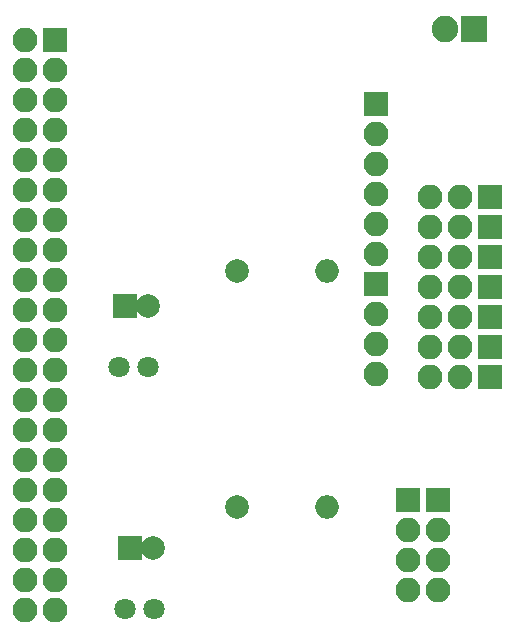
<source format=gbr>
G04 #@! TF.FileFunction,Soldermask,Bot*
%FSLAX46Y46*%
G04 Gerber Fmt 4.6, Leading zero omitted, Abs format (unit mm)*
G04 Created by KiCad (PCBNEW 4.0.7) date 08/31/18 00:13:05*
%MOMM*%
%LPD*%
G01*
G04 APERTURE LIST*
%ADD10C,0.150000*%
%ADD11C,1.800000*%
%ADD12R,2.000000X2.000000*%
%ADD13C,2.000000*%
%ADD14R,2.100000X2.100000*%
%ADD15O,2.100000X2.100000*%
%ADD16R,2.250000X2.250000*%
%ADD17C,2.250000*%
%ADD18O,2.000000X2.000000*%
G04 APERTURE END LIST*
D10*
D11*
X121000000Y-108100000D03*
X123500000Y-108100000D03*
D12*
X121920000Y-123444000D03*
D13*
X123920000Y-123444000D03*
D14*
X115570000Y-80490000D03*
D15*
X113030000Y-80490000D03*
X115570000Y-83030000D03*
X113030000Y-83030000D03*
X115570000Y-85570000D03*
X113030000Y-85570000D03*
X115570000Y-88110000D03*
X113030000Y-88110000D03*
X115570000Y-90650000D03*
X113030000Y-90650000D03*
X115570000Y-93190000D03*
X113030000Y-93190000D03*
X115570000Y-95730000D03*
X113030000Y-95730000D03*
X115570000Y-98270000D03*
X113030000Y-98270000D03*
X115570000Y-100810000D03*
X113030000Y-100810000D03*
X115570000Y-103350000D03*
X113030000Y-103350000D03*
X115570000Y-105890000D03*
X113030000Y-105890000D03*
X115570000Y-108430000D03*
X113030000Y-108430000D03*
X115570000Y-110970000D03*
X113030000Y-110970000D03*
X115570000Y-113510000D03*
X113030000Y-113510000D03*
X115570000Y-116050000D03*
X113030000Y-116050000D03*
X115570000Y-118590000D03*
X113030000Y-118590000D03*
X115570000Y-121130000D03*
X113030000Y-121130000D03*
X115570000Y-123670000D03*
X113030000Y-123670000D03*
X115570000Y-126210000D03*
X113030000Y-126210000D03*
X115570000Y-128750000D03*
X113030000Y-128750000D03*
D12*
X121500000Y-103000000D03*
D13*
X123500000Y-103000000D03*
D11*
X121500000Y-128600000D03*
X124000000Y-128600000D03*
D14*
X142740000Y-101100000D03*
D15*
X142740000Y-103640000D03*
X142740000Y-106180000D03*
X142740000Y-108720000D03*
D14*
X142740000Y-85860000D03*
D15*
X142740000Y-88400000D03*
X142740000Y-90940000D03*
X142740000Y-93480000D03*
X142740000Y-96020000D03*
X142740000Y-98560000D03*
D14*
X152400000Y-93726000D03*
D15*
X149860000Y-93726000D03*
X147320000Y-93726000D03*
D14*
X152400000Y-108966000D03*
D15*
X149860000Y-108966000D03*
X147320000Y-108966000D03*
D14*
X152400000Y-106426000D03*
D15*
X149860000Y-106426000D03*
X147320000Y-106426000D03*
D14*
X152400000Y-96266000D03*
D15*
X149860000Y-96266000D03*
X147320000Y-96266000D03*
D14*
X152400000Y-103886000D03*
D15*
X149860000Y-103886000D03*
X147320000Y-103886000D03*
D14*
X152400000Y-101346000D03*
D15*
X149860000Y-101346000D03*
X147320000Y-101346000D03*
D14*
X152400000Y-98806000D03*
D15*
X149860000Y-98806000D03*
X147320000Y-98806000D03*
D14*
X145510000Y-119380000D03*
D15*
X145510000Y-121920000D03*
X145510000Y-124460000D03*
X145510000Y-127000000D03*
D14*
X148050000Y-119380000D03*
D15*
X148050000Y-121920000D03*
X148050000Y-124460000D03*
X148050000Y-127000000D03*
D16*
X151100000Y-79500000D03*
D17*
X148600000Y-79500000D03*
D13*
X131000000Y-120000000D03*
D18*
X138620000Y-120000000D03*
D13*
X131000000Y-100000000D03*
D18*
X138620000Y-100000000D03*
M02*

</source>
